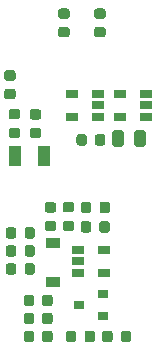
<source format=gbr>
G04 #@! TF.GenerationSoftware,KiCad,Pcbnew,(5.0.0)*
G04 #@! TF.CreationDate,2020-11-29T09:19:22-06:00*
G04 #@! TF.ProjectId,BlueMicro840,426C75654D6963726F3834302E6B6963,rev?*
G04 #@! TF.SameCoordinates,Original*
G04 #@! TF.FileFunction,Paste,Top*
G04 #@! TF.FilePolarity,Positive*
%FSLAX46Y46*%
G04 Gerber Fmt 4.6, Leading zero omitted, Abs format (unit mm)*
G04 Created by KiCad (PCBNEW (5.0.0)) date 11/29/20 09:19:22*
%MOMM*%
%LPD*%
G01*
G04 APERTURE LIST*
%ADD10C,0.100000*%
%ADD11C,0.875000*%
%ADD12R,1.000000X1.800000*%
%ADD13R,1.060000X0.650000*%
%ADD14R,1.200000X0.900000*%
%ADD15R,0.900000X0.800000*%
%ADD16C,0.975000*%
G04 APERTURE END LIST*
D10*
G04 #@! TO.C,D3*
G36*
X101374724Y-138294828D02*
X101395959Y-138297978D01*
X101416783Y-138303194D01*
X101436995Y-138310426D01*
X101456401Y-138319605D01*
X101474814Y-138330641D01*
X101492057Y-138343429D01*
X101507963Y-138357845D01*
X101522379Y-138373751D01*
X101535167Y-138390994D01*
X101546203Y-138409407D01*
X101555382Y-138428813D01*
X101562614Y-138449025D01*
X101567830Y-138469849D01*
X101570980Y-138491084D01*
X101572033Y-138512525D01*
X101572033Y-139025025D01*
X101570980Y-139046466D01*
X101567830Y-139067701D01*
X101562614Y-139088525D01*
X101555382Y-139108737D01*
X101546203Y-139128143D01*
X101535167Y-139146556D01*
X101522379Y-139163799D01*
X101507963Y-139179705D01*
X101492057Y-139194121D01*
X101474814Y-139206909D01*
X101456401Y-139217945D01*
X101436995Y-139227124D01*
X101416783Y-139234356D01*
X101395959Y-139239572D01*
X101374724Y-139242722D01*
X101353283Y-139243775D01*
X100915783Y-139243775D01*
X100894342Y-139242722D01*
X100873107Y-139239572D01*
X100852283Y-139234356D01*
X100832071Y-139227124D01*
X100812665Y-139217945D01*
X100794252Y-139206909D01*
X100777009Y-139194121D01*
X100761103Y-139179705D01*
X100746687Y-139163799D01*
X100733899Y-139146556D01*
X100722863Y-139128143D01*
X100713684Y-139108737D01*
X100706452Y-139088525D01*
X100701236Y-139067701D01*
X100698086Y-139046466D01*
X100697033Y-139025025D01*
X100697033Y-138512525D01*
X100698086Y-138491084D01*
X100701236Y-138469849D01*
X100706452Y-138449025D01*
X100713684Y-138428813D01*
X100722863Y-138409407D01*
X100733899Y-138390994D01*
X100746687Y-138373751D01*
X100761103Y-138357845D01*
X100777009Y-138343429D01*
X100794252Y-138330641D01*
X100812665Y-138319605D01*
X100832071Y-138310426D01*
X100852283Y-138303194D01*
X100873107Y-138297978D01*
X100894342Y-138294828D01*
X100915783Y-138293775D01*
X101353283Y-138293775D01*
X101374724Y-138294828D01*
X101374724Y-138294828D01*
G37*
D11*
X101134533Y-138768775D03*
D10*
G36*
X99799724Y-138294828D02*
X99820959Y-138297978D01*
X99841783Y-138303194D01*
X99861995Y-138310426D01*
X99881401Y-138319605D01*
X99899814Y-138330641D01*
X99917057Y-138343429D01*
X99932963Y-138357845D01*
X99947379Y-138373751D01*
X99960167Y-138390994D01*
X99971203Y-138409407D01*
X99980382Y-138428813D01*
X99987614Y-138449025D01*
X99992830Y-138469849D01*
X99995980Y-138491084D01*
X99997033Y-138512525D01*
X99997033Y-139025025D01*
X99995980Y-139046466D01*
X99992830Y-139067701D01*
X99987614Y-139088525D01*
X99980382Y-139108737D01*
X99971203Y-139128143D01*
X99960167Y-139146556D01*
X99947379Y-139163799D01*
X99932963Y-139179705D01*
X99917057Y-139194121D01*
X99899814Y-139206909D01*
X99881401Y-139217945D01*
X99861995Y-139227124D01*
X99841783Y-139234356D01*
X99820959Y-139239572D01*
X99799724Y-139242722D01*
X99778283Y-139243775D01*
X99340783Y-139243775D01*
X99319342Y-139242722D01*
X99298107Y-139239572D01*
X99277283Y-139234356D01*
X99257071Y-139227124D01*
X99237665Y-139217945D01*
X99219252Y-139206909D01*
X99202009Y-139194121D01*
X99186103Y-139179705D01*
X99171687Y-139163799D01*
X99158899Y-139146556D01*
X99147863Y-139128143D01*
X99138684Y-139108737D01*
X99131452Y-139088525D01*
X99126236Y-139067701D01*
X99123086Y-139046466D01*
X99122033Y-139025025D01*
X99122033Y-138512525D01*
X99123086Y-138491084D01*
X99126236Y-138469849D01*
X99131452Y-138449025D01*
X99138684Y-138428813D01*
X99147863Y-138409407D01*
X99158899Y-138390994D01*
X99171687Y-138373751D01*
X99186103Y-138357845D01*
X99202009Y-138343429D01*
X99219252Y-138330641D01*
X99237665Y-138319605D01*
X99257071Y-138310426D01*
X99277283Y-138303194D01*
X99298107Y-138297978D01*
X99319342Y-138294828D01*
X99340783Y-138293775D01*
X99778283Y-138293775D01*
X99799724Y-138294828D01*
X99799724Y-138294828D01*
G37*
D11*
X99559533Y-138768775D03*
G04 #@! TD*
D10*
G04 #@! TO.C,D2*
G36*
X104651224Y-127372828D02*
X104672459Y-127375978D01*
X104693283Y-127381194D01*
X104713495Y-127388426D01*
X104732901Y-127397605D01*
X104751314Y-127408641D01*
X104768557Y-127421429D01*
X104784463Y-127435845D01*
X104798879Y-127451751D01*
X104811667Y-127468994D01*
X104822703Y-127487407D01*
X104831882Y-127506813D01*
X104839114Y-127527025D01*
X104844330Y-127547849D01*
X104847480Y-127569084D01*
X104848533Y-127590525D01*
X104848533Y-128103025D01*
X104847480Y-128124466D01*
X104844330Y-128145701D01*
X104839114Y-128166525D01*
X104831882Y-128186737D01*
X104822703Y-128206143D01*
X104811667Y-128224556D01*
X104798879Y-128241799D01*
X104784463Y-128257705D01*
X104768557Y-128272121D01*
X104751314Y-128284909D01*
X104732901Y-128295945D01*
X104713495Y-128305124D01*
X104693283Y-128312356D01*
X104672459Y-128317572D01*
X104651224Y-128320722D01*
X104629783Y-128321775D01*
X104192283Y-128321775D01*
X104170842Y-128320722D01*
X104149607Y-128317572D01*
X104128783Y-128312356D01*
X104108571Y-128305124D01*
X104089165Y-128295945D01*
X104070752Y-128284909D01*
X104053509Y-128272121D01*
X104037603Y-128257705D01*
X104023187Y-128241799D01*
X104010399Y-128224556D01*
X103999363Y-128206143D01*
X103990184Y-128186737D01*
X103982952Y-128166525D01*
X103977736Y-128145701D01*
X103974586Y-128124466D01*
X103973533Y-128103025D01*
X103973533Y-127590525D01*
X103974586Y-127569084D01*
X103977736Y-127547849D01*
X103982952Y-127527025D01*
X103990184Y-127506813D01*
X103999363Y-127487407D01*
X104010399Y-127468994D01*
X104023187Y-127451751D01*
X104037603Y-127435845D01*
X104053509Y-127421429D01*
X104070752Y-127408641D01*
X104089165Y-127397605D01*
X104108571Y-127388426D01*
X104128783Y-127381194D01*
X104149607Y-127375978D01*
X104170842Y-127372828D01*
X104192283Y-127371775D01*
X104629783Y-127371775D01*
X104651224Y-127372828D01*
X104651224Y-127372828D01*
G37*
D11*
X104411033Y-127846775D03*
D10*
G36*
X106226224Y-127372828D02*
X106247459Y-127375978D01*
X106268283Y-127381194D01*
X106288495Y-127388426D01*
X106307901Y-127397605D01*
X106326314Y-127408641D01*
X106343557Y-127421429D01*
X106359463Y-127435845D01*
X106373879Y-127451751D01*
X106386667Y-127468994D01*
X106397703Y-127487407D01*
X106406882Y-127506813D01*
X106414114Y-127527025D01*
X106419330Y-127547849D01*
X106422480Y-127569084D01*
X106423533Y-127590525D01*
X106423533Y-128103025D01*
X106422480Y-128124466D01*
X106419330Y-128145701D01*
X106414114Y-128166525D01*
X106406882Y-128186737D01*
X106397703Y-128206143D01*
X106386667Y-128224556D01*
X106373879Y-128241799D01*
X106359463Y-128257705D01*
X106343557Y-128272121D01*
X106326314Y-128284909D01*
X106307901Y-128295945D01*
X106288495Y-128305124D01*
X106268283Y-128312356D01*
X106247459Y-128317572D01*
X106226224Y-128320722D01*
X106204783Y-128321775D01*
X105767283Y-128321775D01*
X105745842Y-128320722D01*
X105724607Y-128317572D01*
X105703783Y-128312356D01*
X105683571Y-128305124D01*
X105664165Y-128295945D01*
X105645752Y-128284909D01*
X105628509Y-128272121D01*
X105612603Y-128257705D01*
X105598187Y-128241799D01*
X105585399Y-128224556D01*
X105574363Y-128206143D01*
X105565184Y-128186737D01*
X105557952Y-128166525D01*
X105552736Y-128145701D01*
X105549586Y-128124466D01*
X105548533Y-128103025D01*
X105548533Y-127590525D01*
X105549586Y-127569084D01*
X105552736Y-127547849D01*
X105557952Y-127527025D01*
X105565184Y-127506813D01*
X105574363Y-127487407D01*
X105585399Y-127468994D01*
X105598187Y-127451751D01*
X105612603Y-127435845D01*
X105628509Y-127421429D01*
X105645752Y-127408641D01*
X105664165Y-127397605D01*
X105683571Y-127388426D01*
X105703783Y-127381194D01*
X105724607Y-127375978D01*
X105745842Y-127372828D01*
X105767283Y-127371775D01*
X106204783Y-127371775D01*
X106226224Y-127372828D01*
X106226224Y-127372828D01*
G37*
D11*
X105986033Y-127846775D03*
G04 #@! TD*
D12*
G04 #@! TO.C,Y2*
X98360533Y-123528775D03*
X100860533Y-123528775D03*
G04 #@! TD*
D13*
G04 #@! TO.C,U3*
X107273533Y-120160775D03*
X107273533Y-118260775D03*
X109473533Y-118260775D03*
X109473533Y-119210775D03*
X109473533Y-120160775D03*
G04 #@! TD*
G04 #@! TO.C,U4*
X103717533Y-131468775D03*
X103717533Y-132418775D03*
X103717533Y-133368775D03*
X105917533Y-133368775D03*
X105917533Y-131468775D03*
G04 #@! TD*
D10*
G04 #@! TO.C,D4*
G36*
X106454725Y-138294828D02*
X106475960Y-138297978D01*
X106496784Y-138303194D01*
X106516996Y-138310426D01*
X106536402Y-138319605D01*
X106554815Y-138330641D01*
X106572058Y-138343429D01*
X106587964Y-138357845D01*
X106602380Y-138373751D01*
X106615168Y-138390994D01*
X106626204Y-138409407D01*
X106635383Y-138428813D01*
X106642615Y-138449025D01*
X106647831Y-138469849D01*
X106650981Y-138491084D01*
X106652034Y-138512525D01*
X106652034Y-139025025D01*
X106650981Y-139046466D01*
X106647831Y-139067701D01*
X106642615Y-139088525D01*
X106635383Y-139108737D01*
X106626204Y-139128143D01*
X106615168Y-139146556D01*
X106602380Y-139163799D01*
X106587964Y-139179705D01*
X106572058Y-139194121D01*
X106554815Y-139206909D01*
X106536402Y-139217945D01*
X106516996Y-139227124D01*
X106496784Y-139234356D01*
X106475960Y-139239572D01*
X106454725Y-139242722D01*
X106433284Y-139243775D01*
X105995784Y-139243775D01*
X105974343Y-139242722D01*
X105953108Y-139239572D01*
X105932284Y-139234356D01*
X105912072Y-139227124D01*
X105892666Y-139217945D01*
X105874253Y-139206909D01*
X105857010Y-139194121D01*
X105841104Y-139179705D01*
X105826688Y-139163799D01*
X105813900Y-139146556D01*
X105802864Y-139128143D01*
X105793685Y-139108737D01*
X105786453Y-139088525D01*
X105781237Y-139067701D01*
X105778087Y-139046466D01*
X105777034Y-139025025D01*
X105777034Y-138512525D01*
X105778087Y-138491084D01*
X105781237Y-138469849D01*
X105786453Y-138449025D01*
X105793685Y-138428813D01*
X105802864Y-138409407D01*
X105813900Y-138390994D01*
X105826688Y-138373751D01*
X105841104Y-138357845D01*
X105857010Y-138343429D01*
X105874253Y-138330641D01*
X105892666Y-138319605D01*
X105912072Y-138310426D01*
X105932284Y-138303194D01*
X105953108Y-138297978D01*
X105974343Y-138294828D01*
X105995784Y-138293775D01*
X106433284Y-138293775D01*
X106454725Y-138294828D01*
X106454725Y-138294828D01*
G37*
D11*
X106214534Y-138768775D03*
D10*
G36*
X108029725Y-138294828D02*
X108050960Y-138297978D01*
X108071784Y-138303194D01*
X108091996Y-138310426D01*
X108111402Y-138319605D01*
X108129815Y-138330641D01*
X108147058Y-138343429D01*
X108162964Y-138357845D01*
X108177380Y-138373751D01*
X108190168Y-138390994D01*
X108201204Y-138409407D01*
X108210383Y-138428813D01*
X108217615Y-138449025D01*
X108222831Y-138469849D01*
X108225981Y-138491084D01*
X108227034Y-138512525D01*
X108227034Y-139025025D01*
X108225981Y-139046466D01*
X108222831Y-139067701D01*
X108217615Y-139088525D01*
X108210383Y-139108737D01*
X108201204Y-139128143D01*
X108190168Y-139146556D01*
X108177380Y-139163799D01*
X108162964Y-139179705D01*
X108147058Y-139194121D01*
X108129815Y-139206909D01*
X108111402Y-139217945D01*
X108091996Y-139227124D01*
X108071784Y-139234356D01*
X108050960Y-139239572D01*
X108029725Y-139242722D01*
X108008284Y-139243775D01*
X107570784Y-139243775D01*
X107549343Y-139242722D01*
X107528108Y-139239572D01*
X107507284Y-139234356D01*
X107487072Y-139227124D01*
X107467666Y-139217945D01*
X107449253Y-139206909D01*
X107432010Y-139194121D01*
X107416104Y-139179705D01*
X107401688Y-139163799D01*
X107388900Y-139146556D01*
X107377864Y-139128143D01*
X107368685Y-139108737D01*
X107361453Y-139088525D01*
X107356237Y-139067701D01*
X107353087Y-139046466D01*
X107352034Y-139025025D01*
X107352034Y-138512525D01*
X107353087Y-138491084D01*
X107356237Y-138469849D01*
X107361453Y-138449025D01*
X107368685Y-138428813D01*
X107377864Y-138409407D01*
X107388900Y-138390994D01*
X107401688Y-138373751D01*
X107416104Y-138357845D01*
X107432010Y-138343429D01*
X107449253Y-138330641D01*
X107467666Y-138319605D01*
X107487072Y-138310426D01*
X107507284Y-138303194D01*
X107528108Y-138297978D01*
X107549343Y-138294828D01*
X107570784Y-138293775D01*
X108008284Y-138293775D01*
X108029725Y-138294828D01*
X108029725Y-138294828D01*
G37*
D11*
X107789534Y-138768775D03*
G04 #@! TD*
D10*
G04 #@! TO.C,C1*
G36*
X98618224Y-121085828D02*
X98639459Y-121088978D01*
X98660283Y-121094194D01*
X98680495Y-121101426D01*
X98699901Y-121110605D01*
X98718314Y-121121641D01*
X98735557Y-121134429D01*
X98751463Y-121148845D01*
X98765879Y-121164751D01*
X98778667Y-121181994D01*
X98789703Y-121200407D01*
X98798882Y-121219813D01*
X98806114Y-121240025D01*
X98811330Y-121260849D01*
X98814480Y-121282084D01*
X98815533Y-121303525D01*
X98815533Y-121741025D01*
X98814480Y-121762466D01*
X98811330Y-121783701D01*
X98806114Y-121804525D01*
X98798882Y-121824737D01*
X98789703Y-121844143D01*
X98778667Y-121862556D01*
X98765879Y-121879799D01*
X98751463Y-121895705D01*
X98735557Y-121910121D01*
X98718314Y-121922909D01*
X98699901Y-121933945D01*
X98680495Y-121943124D01*
X98660283Y-121950356D01*
X98639459Y-121955572D01*
X98618224Y-121958722D01*
X98596783Y-121959775D01*
X98084283Y-121959775D01*
X98062842Y-121958722D01*
X98041607Y-121955572D01*
X98020783Y-121950356D01*
X98000571Y-121943124D01*
X97981165Y-121933945D01*
X97962752Y-121922909D01*
X97945509Y-121910121D01*
X97929603Y-121895705D01*
X97915187Y-121879799D01*
X97902399Y-121862556D01*
X97891363Y-121844143D01*
X97882184Y-121824737D01*
X97874952Y-121804525D01*
X97869736Y-121783701D01*
X97866586Y-121762466D01*
X97865533Y-121741025D01*
X97865533Y-121303525D01*
X97866586Y-121282084D01*
X97869736Y-121260849D01*
X97874952Y-121240025D01*
X97882184Y-121219813D01*
X97891363Y-121200407D01*
X97902399Y-121181994D01*
X97915187Y-121164751D01*
X97929603Y-121148845D01*
X97945509Y-121134429D01*
X97962752Y-121121641D01*
X97981165Y-121110605D01*
X98000571Y-121101426D01*
X98020783Y-121094194D01*
X98041607Y-121088978D01*
X98062842Y-121085828D01*
X98084283Y-121084775D01*
X98596783Y-121084775D01*
X98618224Y-121085828D01*
X98618224Y-121085828D01*
G37*
D11*
X98340533Y-121522275D03*
D10*
G36*
X98618224Y-119510828D02*
X98639459Y-119513978D01*
X98660283Y-119519194D01*
X98680495Y-119526426D01*
X98699901Y-119535605D01*
X98718314Y-119546641D01*
X98735557Y-119559429D01*
X98751463Y-119573845D01*
X98765879Y-119589751D01*
X98778667Y-119606994D01*
X98789703Y-119625407D01*
X98798882Y-119644813D01*
X98806114Y-119665025D01*
X98811330Y-119685849D01*
X98814480Y-119707084D01*
X98815533Y-119728525D01*
X98815533Y-120166025D01*
X98814480Y-120187466D01*
X98811330Y-120208701D01*
X98806114Y-120229525D01*
X98798882Y-120249737D01*
X98789703Y-120269143D01*
X98778667Y-120287556D01*
X98765879Y-120304799D01*
X98751463Y-120320705D01*
X98735557Y-120335121D01*
X98718314Y-120347909D01*
X98699901Y-120358945D01*
X98680495Y-120368124D01*
X98660283Y-120375356D01*
X98639459Y-120380572D01*
X98618224Y-120383722D01*
X98596783Y-120384775D01*
X98084283Y-120384775D01*
X98062842Y-120383722D01*
X98041607Y-120380572D01*
X98020783Y-120375356D01*
X98000571Y-120368124D01*
X97981165Y-120358945D01*
X97962752Y-120347909D01*
X97945509Y-120335121D01*
X97929603Y-120320705D01*
X97915187Y-120304799D01*
X97902399Y-120287556D01*
X97891363Y-120269143D01*
X97882184Y-120249737D01*
X97874952Y-120229525D01*
X97869736Y-120208701D01*
X97866586Y-120187466D01*
X97865533Y-120166025D01*
X97865533Y-119728525D01*
X97866586Y-119707084D01*
X97869736Y-119685849D01*
X97874952Y-119665025D01*
X97882184Y-119644813D01*
X97891363Y-119625407D01*
X97902399Y-119606994D01*
X97915187Y-119589751D01*
X97929603Y-119573845D01*
X97945509Y-119559429D01*
X97962752Y-119546641D01*
X97981165Y-119535605D01*
X98000571Y-119526426D01*
X98020783Y-119519194D01*
X98041607Y-119513978D01*
X98062842Y-119510828D01*
X98084283Y-119509775D01*
X98596783Y-119509775D01*
X98618224Y-119510828D01*
X98618224Y-119510828D01*
G37*
D11*
X98340533Y-119947275D03*
G04 #@! TD*
D10*
G04 #@! TO.C,C2*
G36*
X100396224Y-119536329D02*
X100417459Y-119539479D01*
X100438283Y-119544695D01*
X100458495Y-119551927D01*
X100477901Y-119561106D01*
X100496314Y-119572142D01*
X100513557Y-119584930D01*
X100529463Y-119599346D01*
X100543879Y-119615252D01*
X100556667Y-119632495D01*
X100567703Y-119650908D01*
X100576882Y-119670314D01*
X100584114Y-119690526D01*
X100589330Y-119711350D01*
X100592480Y-119732585D01*
X100593533Y-119754026D01*
X100593533Y-120191526D01*
X100592480Y-120212967D01*
X100589330Y-120234202D01*
X100584114Y-120255026D01*
X100576882Y-120275238D01*
X100567703Y-120294644D01*
X100556667Y-120313057D01*
X100543879Y-120330300D01*
X100529463Y-120346206D01*
X100513557Y-120360622D01*
X100496314Y-120373410D01*
X100477901Y-120384446D01*
X100458495Y-120393625D01*
X100438283Y-120400857D01*
X100417459Y-120406073D01*
X100396224Y-120409223D01*
X100374783Y-120410276D01*
X99862283Y-120410276D01*
X99840842Y-120409223D01*
X99819607Y-120406073D01*
X99798783Y-120400857D01*
X99778571Y-120393625D01*
X99759165Y-120384446D01*
X99740752Y-120373410D01*
X99723509Y-120360622D01*
X99707603Y-120346206D01*
X99693187Y-120330300D01*
X99680399Y-120313057D01*
X99669363Y-120294644D01*
X99660184Y-120275238D01*
X99652952Y-120255026D01*
X99647736Y-120234202D01*
X99644586Y-120212967D01*
X99643533Y-120191526D01*
X99643533Y-119754026D01*
X99644586Y-119732585D01*
X99647736Y-119711350D01*
X99652952Y-119690526D01*
X99660184Y-119670314D01*
X99669363Y-119650908D01*
X99680399Y-119632495D01*
X99693187Y-119615252D01*
X99707603Y-119599346D01*
X99723509Y-119584930D01*
X99740752Y-119572142D01*
X99759165Y-119561106D01*
X99778571Y-119551927D01*
X99798783Y-119544695D01*
X99819607Y-119539479D01*
X99840842Y-119536329D01*
X99862283Y-119535276D01*
X100374783Y-119535276D01*
X100396224Y-119536329D01*
X100396224Y-119536329D01*
G37*
D11*
X100118533Y-119972776D03*
D10*
G36*
X100396224Y-121111329D02*
X100417459Y-121114479D01*
X100438283Y-121119695D01*
X100458495Y-121126927D01*
X100477901Y-121136106D01*
X100496314Y-121147142D01*
X100513557Y-121159930D01*
X100529463Y-121174346D01*
X100543879Y-121190252D01*
X100556667Y-121207495D01*
X100567703Y-121225908D01*
X100576882Y-121245314D01*
X100584114Y-121265526D01*
X100589330Y-121286350D01*
X100592480Y-121307585D01*
X100593533Y-121329026D01*
X100593533Y-121766526D01*
X100592480Y-121787967D01*
X100589330Y-121809202D01*
X100584114Y-121830026D01*
X100576882Y-121850238D01*
X100567703Y-121869644D01*
X100556667Y-121888057D01*
X100543879Y-121905300D01*
X100529463Y-121921206D01*
X100513557Y-121935622D01*
X100496314Y-121948410D01*
X100477901Y-121959446D01*
X100458495Y-121968625D01*
X100438283Y-121975857D01*
X100417459Y-121981073D01*
X100396224Y-121984223D01*
X100374783Y-121985276D01*
X99862283Y-121985276D01*
X99840842Y-121984223D01*
X99819607Y-121981073D01*
X99798783Y-121975857D01*
X99778571Y-121968625D01*
X99759165Y-121959446D01*
X99740752Y-121948410D01*
X99723509Y-121935622D01*
X99707603Y-121921206D01*
X99693187Y-121905300D01*
X99680399Y-121888057D01*
X99669363Y-121869644D01*
X99660184Y-121850238D01*
X99652952Y-121830026D01*
X99647736Y-121809202D01*
X99644586Y-121787967D01*
X99643533Y-121766526D01*
X99643533Y-121329026D01*
X99644586Y-121307585D01*
X99647736Y-121286350D01*
X99652952Y-121265526D01*
X99660184Y-121245314D01*
X99669363Y-121225908D01*
X99680399Y-121207495D01*
X99693187Y-121190252D01*
X99707603Y-121174346D01*
X99723509Y-121159930D01*
X99740752Y-121147142D01*
X99759165Y-121136106D01*
X99778571Y-121126927D01*
X99798783Y-121119695D01*
X99819607Y-121114479D01*
X99840842Y-121111329D01*
X99862283Y-121110276D01*
X100374783Y-121110276D01*
X100396224Y-121111329D01*
X100396224Y-121111329D01*
G37*
D11*
X100118533Y-121547776D03*
G04 #@! TD*
D10*
G04 #@! TO.C,C3*
G36*
X98237224Y-116234328D02*
X98258459Y-116237478D01*
X98279283Y-116242694D01*
X98299495Y-116249926D01*
X98318901Y-116259105D01*
X98337314Y-116270141D01*
X98354557Y-116282929D01*
X98370463Y-116297345D01*
X98384879Y-116313251D01*
X98397667Y-116330494D01*
X98408703Y-116348907D01*
X98417882Y-116368313D01*
X98425114Y-116388525D01*
X98430330Y-116409349D01*
X98433480Y-116430584D01*
X98434533Y-116452025D01*
X98434533Y-116889525D01*
X98433480Y-116910966D01*
X98430330Y-116932201D01*
X98425114Y-116953025D01*
X98417882Y-116973237D01*
X98408703Y-116992643D01*
X98397667Y-117011056D01*
X98384879Y-117028299D01*
X98370463Y-117044205D01*
X98354557Y-117058621D01*
X98337314Y-117071409D01*
X98318901Y-117082445D01*
X98299495Y-117091624D01*
X98279283Y-117098856D01*
X98258459Y-117104072D01*
X98237224Y-117107222D01*
X98215783Y-117108275D01*
X97703283Y-117108275D01*
X97681842Y-117107222D01*
X97660607Y-117104072D01*
X97639783Y-117098856D01*
X97619571Y-117091624D01*
X97600165Y-117082445D01*
X97581752Y-117071409D01*
X97564509Y-117058621D01*
X97548603Y-117044205D01*
X97534187Y-117028299D01*
X97521399Y-117011056D01*
X97510363Y-116992643D01*
X97501184Y-116973237D01*
X97493952Y-116953025D01*
X97488736Y-116932201D01*
X97485586Y-116910966D01*
X97484533Y-116889525D01*
X97484533Y-116452025D01*
X97485586Y-116430584D01*
X97488736Y-116409349D01*
X97493952Y-116388525D01*
X97501184Y-116368313D01*
X97510363Y-116348907D01*
X97521399Y-116330494D01*
X97534187Y-116313251D01*
X97548603Y-116297345D01*
X97564509Y-116282929D01*
X97581752Y-116270141D01*
X97600165Y-116259105D01*
X97619571Y-116249926D01*
X97639783Y-116242694D01*
X97660607Y-116237478D01*
X97681842Y-116234328D01*
X97703283Y-116233275D01*
X98215783Y-116233275D01*
X98237224Y-116234328D01*
X98237224Y-116234328D01*
G37*
D11*
X97959533Y-116670775D03*
D10*
G36*
X98237224Y-117809328D02*
X98258459Y-117812478D01*
X98279283Y-117817694D01*
X98299495Y-117824926D01*
X98318901Y-117834105D01*
X98337314Y-117845141D01*
X98354557Y-117857929D01*
X98370463Y-117872345D01*
X98384879Y-117888251D01*
X98397667Y-117905494D01*
X98408703Y-117923907D01*
X98417882Y-117943313D01*
X98425114Y-117963525D01*
X98430330Y-117984349D01*
X98433480Y-118005584D01*
X98434533Y-118027025D01*
X98434533Y-118464525D01*
X98433480Y-118485966D01*
X98430330Y-118507201D01*
X98425114Y-118528025D01*
X98417882Y-118548237D01*
X98408703Y-118567643D01*
X98397667Y-118586056D01*
X98384879Y-118603299D01*
X98370463Y-118619205D01*
X98354557Y-118633621D01*
X98337314Y-118646409D01*
X98318901Y-118657445D01*
X98299495Y-118666624D01*
X98279283Y-118673856D01*
X98258459Y-118679072D01*
X98237224Y-118682222D01*
X98215783Y-118683275D01*
X97703283Y-118683275D01*
X97681842Y-118682222D01*
X97660607Y-118679072D01*
X97639783Y-118673856D01*
X97619571Y-118666624D01*
X97600165Y-118657445D01*
X97581752Y-118646409D01*
X97564509Y-118633621D01*
X97548603Y-118619205D01*
X97534187Y-118603299D01*
X97521399Y-118586056D01*
X97510363Y-118567643D01*
X97501184Y-118548237D01*
X97493952Y-118528025D01*
X97488736Y-118507201D01*
X97485586Y-118485966D01*
X97484533Y-118464525D01*
X97484533Y-118027025D01*
X97485586Y-118005584D01*
X97488736Y-117984349D01*
X97493952Y-117963525D01*
X97501184Y-117943313D01*
X97510363Y-117923907D01*
X97521399Y-117905494D01*
X97534187Y-117888251D01*
X97548603Y-117872345D01*
X97564509Y-117857929D01*
X97581752Y-117845141D01*
X97600165Y-117834105D01*
X97619571Y-117824926D01*
X97639783Y-117817694D01*
X97660607Y-117812478D01*
X97681842Y-117809328D01*
X97703283Y-117808275D01*
X98215783Y-117808275D01*
X98237224Y-117809328D01*
X98237224Y-117809328D01*
G37*
D11*
X97959533Y-118245775D03*
G04 #@! TD*
D10*
G04 #@! TO.C,C4*
G36*
X99799724Y-135246828D02*
X99820959Y-135249978D01*
X99841783Y-135255194D01*
X99861995Y-135262426D01*
X99881401Y-135271605D01*
X99899814Y-135282641D01*
X99917057Y-135295429D01*
X99932963Y-135309845D01*
X99947379Y-135325751D01*
X99960167Y-135342994D01*
X99971203Y-135361407D01*
X99980382Y-135380813D01*
X99987614Y-135401025D01*
X99992830Y-135421849D01*
X99995980Y-135443084D01*
X99997033Y-135464525D01*
X99997033Y-135977025D01*
X99995980Y-135998466D01*
X99992830Y-136019701D01*
X99987614Y-136040525D01*
X99980382Y-136060737D01*
X99971203Y-136080143D01*
X99960167Y-136098556D01*
X99947379Y-136115799D01*
X99932963Y-136131705D01*
X99917057Y-136146121D01*
X99899814Y-136158909D01*
X99881401Y-136169945D01*
X99861995Y-136179124D01*
X99841783Y-136186356D01*
X99820959Y-136191572D01*
X99799724Y-136194722D01*
X99778283Y-136195775D01*
X99340783Y-136195775D01*
X99319342Y-136194722D01*
X99298107Y-136191572D01*
X99277283Y-136186356D01*
X99257071Y-136179124D01*
X99237665Y-136169945D01*
X99219252Y-136158909D01*
X99202009Y-136146121D01*
X99186103Y-136131705D01*
X99171687Y-136115799D01*
X99158899Y-136098556D01*
X99147863Y-136080143D01*
X99138684Y-136060737D01*
X99131452Y-136040525D01*
X99126236Y-136019701D01*
X99123086Y-135998466D01*
X99122033Y-135977025D01*
X99122033Y-135464525D01*
X99123086Y-135443084D01*
X99126236Y-135421849D01*
X99131452Y-135401025D01*
X99138684Y-135380813D01*
X99147863Y-135361407D01*
X99158899Y-135342994D01*
X99171687Y-135325751D01*
X99186103Y-135309845D01*
X99202009Y-135295429D01*
X99219252Y-135282641D01*
X99237665Y-135271605D01*
X99257071Y-135262426D01*
X99277283Y-135255194D01*
X99298107Y-135249978D01*
X99319342Y-135246828D01*
X99340783Y-135245775D01*
X99778283Y-135245775D01*
X99799724Y-135246828D01*
X99799724Y-135246828D01*
G37*
D11*
X99559533Y-135720775D03*
D10*
G36*
X101374724Y-135246828D02*
X101395959Y-135249978D01*
X101416783Y-135255194D01*
X101436995Y-135262426D01*
X101456401Y-135271605D01*
X101474814Y-135282641D01*
X101492057Y-135295429D01*
X101507963Y-135309845D01*
X101522379Y-135325751D01*
X101535167Y-135342994D01*
X101546203Y-135361407D01*
X101555382Y-135380813D01*
X101562614Y-135401025D01*
X101567830Y-135421849D01*
X101570980Y-135443084D01*
X101572033Y-135464525D01*
X101572033Y-135977025D01*
X101570980Y-135998466D01*
X101567830Y-136019701D01*
X101562614Y-136040525D01*
X101555382Y-136060737D01*
X101546203Y-136080143D01*
X101535167Y-136098556D01*
X101522379Y-136115799D01*
X101507963Y-136131705D01*
X101492057Y-136146121D01*
X101474814Y-136158909D01*
X101456401Y-136169945D01*
X101436995Y-136179124D01*
X101416783Y-136186356D01*
X101395959Y-136191572D01*
X101374724Y-136194722D01*
X101353283Y-136195775D01*
X100915783Y-136195775D01*
X100894342Y-136194722D01*
X100873107Y-136191572D01*
X100852283Y-136186356D01*
X100832071Y-136179124D01*
X100812665Y-136169945D01*
X100794252Y-136158909D01*
X100777009Y-136146121D01*
X100761103Y-136131705D01*
X100746687Y-136115799D01*
X100733899Y-136098556D01*
X100722863Y-136080143D01*
X100713684Y-136060737D01*
X100706452Y-136040525D01*
X100701236Y-136019701D01*
X100698086Y-135998466D01*
X100697033Y-135977025D01*
X100697033Y-135464525D01*
X100698086Y-135443084D01*
X100701236Y-135421849D01*
X100706452Y-135401025D01*
X100713684Y-135380813D01*
X100722863Y-135361407D01*
X100733899Y-135342994D01*
X100746687Y-135325751D01*
X100761103Y-135309845D01*
X100777009Y-135295429D01*
X100794252Y-135282641D01*
X100812665Y-135271605D01*
X100832071Y-135262426D01*
X100852283Y-135255194D01*
X100873107Y-135249978D01*
X100894342Y-135246828D01*
X100915783Y-135245775D01*
X101353283Y-135245775D01*
X101374724Y-135246828D01*
X101374724Y-135246828D01*
G37*
D11*
X101134533Y-135720775D03*
G04 #@! TD*
D10*
G04 #@! TO.C,C5*
G36*
X105845224Y-121657828D02*
X105866459Y-121660978D01*
X105887283Y-121666194D01*
X105907495Y-121673426D01*
X105926901Y-121682605D01*
X105945314Y-121693641D01*
X105962557Y-121706429D01*
X105978463Y-121720845D01*
X105992879Y-121736751D01*
X106005667Y-121753994D01*
X106016703Y-121772407D01*
X106025882Y-121791813D01*
X106033114Y-121812025D01*
X106038330Y-121832849D01*
X106041480Y-121854084D01*
X106042533Y-121875525D01*
X106042533Y-122388025D01*
X106041480Y-122409466D01*
X106038330Y-122430701D01*
X106033114Y-122451525D01*
X106025882Y-122471737D01*
X106016703Y-122491143D01*
X106005667Y-122509556D01*
X105992879Y-122526799D01*
X105978463Y-122542705D01*
X105962557Y-122557121D01*
X105945314Y-122569909D01*
X105926901Y-122580945D01*
X105907495Y-122590124D01*
X105887283Y-122597356D01*
X105866459Y-122602572D01*
X105845224Y-122605722D01*
X105823783Y-122606775D01*
X105386283Y-122606775D01*
X105364842Y-122605722D01*
X105343607Y-122602572D01*
X105322783Y-122597356D01*
X105302571Y-122590124D01*
X105283165Y-122580945D01*
X105264752Y-122569909D01*
X105247509Y-122557121D01*
X105231603Y-122542705D01*
X105217187Y-122526799D01*
X105204399Y-122509556D01*
X105193363Y-122491143D01*
X105184184Y-122471737D01*
X105176952Y-122451525D01*
X105171736Y-122430701D01*
X105168586Y-122409466D01*
X105167533Y-122388025D01*
X105167533Y-121875525D01*
X105168586Y-121854084D01*
X105171736Y-121832849D01*
X105176952Y-121812025D01*
X105184184Y-121791813D01*
X105193363Y-121772407D01*
X105204399Y-121753994D01*
X105217187Y-121736751D01*
X105231603Y-121720845D01*
X105247509Y-121706429D01*
X105264752Y-121693641D01*
X105283165Y-121682605D01*
X105302571Y-121673426D01*
X105322783Y-121666194D01*
X105343607Y-121660978D01*
X105364842Y-121657828D01*
X105386283Y-121656775D01*
X105823783Y-121656775D01*
X105845224Y-121657828D01*
X105845224Y-121657828D01*
G37*
D11*
X105605033Y-122131775D03*
D10*
G36*
X104270224Y-121657828D02*
X104291459Y-121660978D01*
X104312283Y-121666194D01*
X104332495Y-121673426D01*
X104351901Y-121682605D01*
X104370314Y-121693641D01*
X104387557Y-121706429D01*
X104403463Y-121720845D01*
X104417879Y-121736751D01*
X104430667Y-121753994D01*
X104441703Y-121772407D01*
X104450882Y-121791813D01*
X104458114Y-121812025D01*
X104463330Y-121832849D01*
X104466480Y-121854084D01*
X104467533Y-121875525D01*
X104467533Y-122388025D01*
X104466480Y-122409466D01*
X104463330Y-122430701D01*
X104458114Y-122451525D01*
X104450882Y-122471737D01*
X104441703Y-122491143D01*
X104430667Y-122509556D01*
X104417879Y-122526799D01*
X104403463Y-122542705D01*
X104387557Y-122557121D01*
X104370314Y-122569909D01*
X104351901Y-122580945D01*
X104332495Y-122590124D01*
X104312283Y-122597356D01*
X104291459Y-122602572D01*
X104270224Y-122605722D01*
X104248783Y-122606775D01*
X103811283Y-122606775D01*
X103789842Y-122605722D01*
X103768607Y-122602572D01*
X103747783Y-122597356D01*
X103727571Y-122590124D01*
X103708165Y-122580945D01*
X103689752Y-122569909D01*
X103672509Y-122557121D01*
X103656603Y-122542705D01*
X103642187Y-122526799D01*
X103629399Y-122509556D01*
X103618363Y-122491143D01*
X103609184Y-122471737D01*
X103601952Y-122451525D01*
X103596736Y-122430701D01*
X103593586Y-122409466D01*
X103592533Y-122388025D01*
X103592533Y-121875525D01*
X103593586Y-121854084D01*
X103596736Y-121832849D01*
X103601952Y-121812025D01*
X103609184Y-121791813D01*
X103618363Y-121772407D01*
X103629399Y-121753994D01*
X103642187Y-121736751D01*
X103656603Y-121720845D01*
X103672509Y-121706429D01*
X103689752Y-121693641D01*
X103708165Y-121682605D01*
X103727571Y-121673426D01*
X103747783Y-121666194D01*
X103768607Y-121660978D01*
X103789842Y-121657828D01*
X103811283Y-121656775D01*
X104248783Y-121656775D01*
X104270224Y-121657828D01*
X104270224Y-121657828D01*
G37*
D11*
X104030033Y-122131775D03*
G04 #@! TD*
D10*
G04 #@! TO.C,C6*
G36*
X99876224Y-131055828D02*
X99897459Y-131058978D01*
X99918283Y-131064194D01*
X99938495Y-131071426D01*
X99957901Y-131080605D01*
X99976314Y-131091641D01*
X99993557Y-131104429D01*
X100009463Y-131118845D01*
X100023879Y-131134751D01*
X100036667Y-131151994D01*
X100047703Y-131170407D01*
X100056882Y-131189813D01*
X100064114Y-131210025D01*
X100069330Y-131230849D01*
X100072480Y-131252084D01*
X100073533Y-131273525D01*
X100073533Y-131786025D01*
X100072480Y-131807466D01*
X100069330Y-131828701D01*
X100064114Y-131849525D01*
X100056882Y-131869737D01*
X100047703Y-131889143D01*
X100036667Y-131907556D01*
X100023879Y-131924799D01*
X100009463Y-131940705D01*
X99993557Y-131955121D01*
X99976314Y-131967909D01*
X99957901Y-131978945D01*
X99938495Y-131988124D01*
X99918283Y-131995356D01*
X99897459Y-132000572D01*
X99876224Y-132003722D01*
X99854783Y-132004775D01*
X99417283Y-132004775D01*
X99395842Y-132003722D01*
X99374607Y-132000572D01*
X99353783Y-131995356D01*
X99333571Y-131988124D01*
X99314165Y-131978945D01*
X99295752Y-131967909D01*
X99278509Y-131955121D01*
X99262603Y-131940705D01*
X99248187Y-131924799D01*
X99235399Y-131907556D01*
X99224363Y-131889143D01*
X99215184Y-131869737D01*
X99207952Y-131849525D01*
X99202736Y-131828701D01*
X99199586Y-131807466D01*
X99198533Y-131786025D01*
X99198533Y-131273525D01*
X99199586Y-131252084D01*
X99202736Y-131230849D01*
X99207952Y-131210025D01*
X99215184Y-131189813D01*
X99224363Y-131170407D01*
X99235399Y-131151994D01*
X99248187Y-131134751D01*
X99262603Y-131118845D01*
X99278509Y-131104429D01*
X99295752Y-131091641D01*
X99314165Y-131080605D01*
X99333571Y-131071426D01*
X99353783Y-131064194D01*
X99374607Y-131058978D01*
X99395842Y-131055828D01*
X99417283Y-131054775D01*
X99854783Y-131054775D01*
X99876224Y-131055828D01*
X99876224Y-131055828D01*
G37*
D11*
X99636033Y-131529775D03*
D10*
G36*
X98301224Y-131055828D02*
X98322459Y-131058978D01*
X98343283Y-131064194D01*
X98363495Y-131071426D01*
X98382901Y-131080605D01*
X98401314Y-131091641D01*
X98418557Y-131104429D01*
X98434463Y-131118845D01*
X98448879Y-131134751D01*
X98461667Y-131151994D01*
X98472703Y-131170407D01*
X98481882Y-131189813D01*
X98489114Y-131210025D01*
X98494330Y-131230849D01*
X98497480Y-131252084D01*
X98498533Y-131273525D01*
X98498533Y-131786025D01*
X98497480Y-131807466D01*
X98494330Y-131828701D01*
X98489114Y-131849525D01*
X98481882Y-131869737D01*
X98472703Y-131889143D01*
X98461667Y-131907556D01*
X98448879Y-131924799D01*
X98434463Y-131940705D01*
X98418557Y-131955121D01*
X98401314Y-131967909D01*
X98382901Y-131978945D01*
X98363495Y-131988124D01*
X98343283Y-131995356D01*
X98322459Y-132000572D01*
X98301224Y-132003722D01*
X98279783Y-132004775D01*
X97842283Y-132004775D01*
X97820842Y-132003722D01*
X97799607Y-132000572D01*
X97778783Y-131995356D01*
X97758571Y-131988124D01*
X97739165Y-131978945D01*
X97720752Y-131967909D01*
X97703509Y-131955121D01*
X97687603Y-131940705D01*
X97673187Y-131924799D01*
X97660399Y-131907556D01*
X97649363Y-131889143D01*
X97640184Y-131869737D01*
X97632952Y-131849525D01*
X97627736Y-131828701D01*
X97624586Y-131807466D01*
X97623533Y-131786025D01*
X97623533Y-131273525D01*
X97624586Y-131252084D01*
X97627736Y-131230849D01*
X97632952Y-131210025D01*
X97640184Y-131189813D01*
X97649363Y-131170407D01*
X97660399Y-131151994D01*
X97673187Y-131134751D01*
X97687603Y-131118845D01*
X97703509Y-131104429D01*
X97720752Y-131091641D01*
X97739165Y-131080605D01*
X97758571Y-131071426D01*
X97778783Y-131064194D01*
X97799607Y-131058978D01*
X97820842Y-131055828D01*
X97842283Y-131054775D01*
X98279783Y-131054775D01*
X98301224Y-131055828D01*
X98301224Y-131055828D01*
G37*
D11*
X98061033Y-131529775D03*
G04 #@! TD*
D10*
G04 #@! TO.C,R1*
G36*
X106200724Y-129023828D02*
X106221959Y-129026978D01*
X106242783Y-129032194D01*
X106262995Y-129039426D01*
X106282401Y-129048605D01*
X106300814Y-129059641D01*
X106318057Y-129072429D01*
X106333963Y-129086845D01*
X106348379Y-129102751D01*
X106361167Y-129119994D01*
X106372203Y-129138407D01*
X106381382Y-129157813D01*
X106388614Y-129178025D01*
X106393830Y-129198849D01*
X106396980Y-129220084D01*
X106398033Y-129241525D01*
X106398033Y-129754025D01*
X106396980Y-129775466D01*
X106393830Y-129796701D01*
X106388614Y-129817525D01*
X106381382Y-129837737D01*
X106372203Y-129857143D01*
X106361167Y-129875556D01*
X106348379Y-129892799D01*
X106333963Y-129908705D01*
X106318057Y-129923121D01*
X106300814Y-129935909D01*
X106282401Y-129946945D01*
X106262995Y-129956124D01*
X106242783Y-129963356D01*
X106221959Y-129968572D01*
X106200724Y-129971722D01*
X106179283Y-129972775D01*
X105741783Y-129972775D01*
X105720342Y-129971722D01*
X105699107Y-129968572D01*
X105678283Y-129963356D01*
X105658071Y-129956124D01*
X105638665Y-129946945D01*
X105620252Y-129935909D01*
X105603009Y-129923121D01*
X105587103Y-129908705D01*
X105572687Y-129892799D01*
X105559899Y-129875556D01*
X105548863Y-129857143D01*
X105539684Y-129837737D01*
X105532452Y-129817525D01*
X105527236Y-129796701D01*
X105524086Y-129775466D01*
X105523033Y-129754025D01*
X105523033Y-129241525D01*
X105524086Y-129220084D01*
X105527236Y-129198849D01*
X105532452Y-129178025D01*
X105539684Y-129157813D01*
X105548863Y-129138407D01*
X105559899Y-129119994D01*
X105572687Y-129102751D01*
X105587103Y-129086845D01*
X105603009Y-129072429D01*
X105620252Y-129059641D01*
X105638665Y-129048605D01*
X105658071Y-129039426D01*
X105678283Y-129032194D01*
X105699107Y-129026978D01*
X105720342Y-129023828D01*
X105741783Y-129022775D01*
X106179283Y-129022775D01*
X106200724Y-129023828D01*
X106200724Y-129023828D01*
G37*
D11*
X105960533Y-129497775D03*
D10*
G36*
X104625724Y-129023828D02*
X104646959Y-129026978D01*
X104667783Y-129032194D01*
X104687995Y-129039426D01*
X104707401Y-129048605D01*
X104725814Y-129059641D01*
X104743057Y-129072429D01*
X104758963Y-129086845D01*
X104773379Y-129102751D01*
X104786167Y-129119994D01*
X104797203Y-129138407D01*
X104806382Y-129157813D01*
X104813614Y-129178025D01*
X104818830Y-129198849D01*
X104821980Y-129220084D01*
X104823033Y-129241525D01*
X104823033Y-129754025D01*
X104821980Y-129775466D01*
X104818830Y-129796701D01*
X104813614Y-129817525D01*
X104806382Y-129837737D01*
X104797203Y-129857143D01*
X104786167Y-129875556D01*
X104773379Y-129892799D01*
X104758963Y-129908705D01*
X104743057Y-129923121D01*
X104725814Y-129935909D01*
X104707401Y-129946945D01*
X104687995Y-129956124D01*
X104667783Y-129963356D01*
X104646959Y-129968572D01*
X104625724Y-129971722D01*
X104604283Y-129972775D01*
X104166783Y-129972775D01*
X104145342Y-129971722D01*
X104124107Y-129968572D01*
X104103283Y-129963356D01*
X104083071Y-129956124D01*
X104063665Y-129946945D01*
X104045252Y-129935909D01*
X104028009Y-129923121D01*
X104012103Y-129908705D01*
X103997687Y-129892799D01*
X103984899Y-129875556D01*
X103973863Y-129857143D01*
X103964684Y-129837737D01*
X103957452Y-129817525D01*
X103952236Y-129796701D01*
X103949086Y-129775466D01*
X103948033Y-129754025D01*
X103948033Y-129241525D01*
X103949086Y-129220084D01*
X103952236Y-129198849D01*
X103957452Y-129178025D01*
X103964684Y-129157813D01*
X103973863Y-129138407D01*
X103984899Y-129119994D01*
X103997687Y-129102751D01*
X104012103Y-129086845D01*
X104028009Y-129072429D01*
X104045252Y-129059641D01*
X104063665Y-129048605D01*
X104083071Y-129039426D01*
X104103283Y-129032194D01*
X104124107Y-129026978D01*
X104145342Y-129023828D01*
X104166783Y-129022775D01*
X104604283Y-129022775D01*
X104625724Y-129023828D01*
X104625724Y-129023828D01*
G37*
D11*
X104385533Y-129497775D03*
G04 #@! TD*
D10*
G04 #@! TO.C,R2*
G36*
X103190224Y-127384828D02*
X103211459Y-127387978D01*
X103232283Y-127393194D01*
X103252495Y-127400426D01*
X103271901Y-127409605D01*
X103290314Y-127420641D01*
X103307557Y-127433429D01*
X103323463Y-127447845D01*
X103337879Y-127463751D01*
X103350667Y-127480994D01*
X103361703Y-127499407D01*
X103370882Y-127518813D01*
X103378114Y-127539025D01*
X103383330Y-127559849D01*
X103386480Y-127581084D01*
X103387533Y-127602525D01*
X103387533Y-128040025D01*
X103386480Y-128061466D01*
X103383330Y-128082701D01*
X103378114Y-128103525D01*
X103370882Y-128123737D01*
X103361703Y-128143143D01*
X103350667Y-128161556D01*
X103337879Y-128178799D01*
X103323463Y-128194705D01*
X103307557Y-128209121D01*
X103290314Y-128221909D01*
X103271901Y-128232945D01*
X103252495Y-128242124D01*
X103232283Y-128249356D01*
X103211459Y-128254572D01*
X103190224Y-128257722D01*
X103168783Y-128258775D01*
X102656283Y-128258775D01*
X102634842Y-128257722D01*
X102613607Y-128254572D01*
X102592783Y-128249356D01*
X102572571Y-128242124D01*
X102553165Y-128232945D01*
X102534752Y-128221909D01*
X102517509Y-128209121D01*
X102501603Y-128194705D01*
X102487187Y-128178799D01*
X102474399Y-128161556D01*
X102463363Y-128143143D01*
X102454184Y-128123737D01*
X102446952Y-128103525D01*
X102441736Y-128082701D01*
X102438586Y-128061466D01*
X102437533Y-128040025D01*
X102437533Y-127602525D01*
X102438586Y-127581084D01*
X102441736Y-127559849D01*
X102446952Y-127539025D01*
X102454184Y-127518813D01*
X102463363Y-127499407D01*
X102474399Y-127480994D01*
X102487187Y-127463751D01*
X102501603Y-127447845D01*
X102517509Y-127433429D01*
X102534752Y-127420641D01*
X102553165Y-127409605D01*
X102572571Y-127400426D01*
X102592783Y-127393194D01*
X102613607Y-127387978D01*
X102634842Y-127384828D01*
X102656283Y-127383775D01*
X103168783Y-127383775D01*
X103190224Y-127384828D01*
X103190224Y-127384828D01*
G37*
D11*
X102912533Y-127821275D03*
D10*
G36*
X103190224Y-128959828D02*
X103211459Y-128962978D01*
X103232283Y-128968194D01*
X103252495Y-128975426D01*
X103271901Y-128984605D01*
X103290314Y-128995641D01*
X103307557Y-129008429D01*
X103323463Y-129022845D01*
X103337879Y-129038751D01*
X103350667Y-129055994D01*
X103361703Y-129074407D01*
X103370882Y-129093813D01*
X103378114Y-129114025D01*
X103383330Y-129134849D01*
X103386480Y-129156084D01*
X103387533Y-129177525D01*
X103387533Y-129615025D01*
X103386480Y-129636466D01*
X103383330Y-129657701D01*
X103378114Y-129678525D01*
X103370882Y-129698737D01*
X103361703Y-129718143D01*
X103350667Y-129736556D01*
X103337879Y-129753799D01*
X103323463Y-129769705D01*
X103307557Y-129784121D01*
X103290314Y-129796909D01*
X103271901Y-129807945D01*
X103252495Y-129817124D01*
X103232283Y-129824356D01*
X103211459Y-129829572D01*
X103190224Y-129832722D01*
X103168783Y-129833775D01*
X102656283Y-129833775D01*
X102634842Y-129832722D01*
X102613607Y-129829572D01*
X102592783Y-129824356D01*
X102572571Y-129817124D01*
X102553165Y-129807945D01*
X102534752Y-129796909D01*
X102517509Y-129784121D01*
X102501603Y-129769705D01*
X102487187Y-129753799D01*
X102474399Y-129736556D01*
X102463363Y-129718143D01*
X102454184Y-129698737D01*
X102446952Y-129678525D01*
X102441736Y-129657701D01*
X102438586Y-129636466D01*
X102437533Y-129615025D01*
X102437533Y-129177525D01*
X102438586Y-129156084D01*
X102441736Y-129134849D01*
X102446952Y-129114025D01*
X102454184Y-129093813D01*
X102463363Y-129074407D01*
X102474399Y-129055994D01*
X102487187Y-129038751D01*
X102501603Y-129022845D01*
X102517509Y-129008429D01*
X102534752Y-128995641D01*
X102553165Y-128984605D01*
X102572571Y-128975426D01*
X102592783Y-128968194D01*
X102613607Y-128962978D01*
X102634842Y-128959828D01*
X102656283Y-128958775D01*
X103168783Y-128958775D01*
X103190224Y-128959828D01*
X103190224Y-128959828D01*
G37*
D11*
X102912533Y-129396275D03*
G04 #@! TD*
D10*
G04 #@! TO.C,R3*
G36*
X101666224Y-128985334D02*
X101687459Y-128988484D01*
X101708283Y-128993700D01*
X101728495Y-129000932D01*
X101747901Y-129010111D01*
X101766314Y-129021147D01*
X101783557Y-129033935D01*
X101799463Y-129048351D01*
X101813879Y-129064257D01*
X101826667Y-129081500D01*
X101837703Y-129099913D01*
X101846882Y-129119319D01*
X101854114Y-129139531D01*
X101859330Y-129160355D01*
X101862480Y-129181590D01*
X101863533Y-129203031D01*
X101863533Y-129640531D01*
X101862480Y-129661972D01*
X101859330Y-129683207D01*
X101854114Y-129704031D01*
X101846882Y-129724243D01*
X101837703Y-129743649D01*
X101826667Y-129762062D01*
X101813879Y-129779305D01*
X101799463Y-129795211D01*
X101783557Y-129809627D01*
X101766314Y-129822415D01*
X101747901Y-129833451D01*
X101728495Y-129842630D01*
X101708283Y-129849862D01*
X101687459Y-129855078D01*
X101666224Y-129858228D01*
X101644783Y-129859281D01*
X101132283Y-129859281D01*
X101110842Y-129858228D01*
X101089607Y-129855078D01*
X101068783Y-129849862D01*
X101048571Y-129842630D01*
X101029165Y-129833451D01*
X101010752Y-129822415D01*
X100993509Y-129809627D01*
X100977603Y-129795211D01*
X100963187Y-129779305D01*
X100950399Y-129762062D01*
X100939363Y-129743649D01*
X100930184Y-129724243D01*
X100922952Y-129704031D01*
X100917736Y-129683207D01*
X100914586Y-129661972D01*
X100913533Y-129640531D01*
X100913533Y-129203031D01*
X100914586Y-129181590D01*
X100917736Y-129160355D01*
X100922952Y-129139531D01*
X100930184Y-129119319D01*
X100939363Y-129099913D01*
X100950399Y-129081500D01*
X100963187Y-129064257D01*
X100977603Y-129048351D01*
X100993509Y-129033935D01*
X101010752Y-129021147D01*
X101029165Y-129010111D01*
X101048571Y-129000932D01*
X101068783Y-128993700D01*
X101089607Y-128988484D01*
X101110842Y-128985334D01*
X101132283Y-128984281D01*
X101644783Y-128984281D01*
X101666224Y-128985334D01*
X101666224Y-128985334D01*
G37*
D11*
X101388533Y-129421781D03*
D10*
G36*
X101666224Y-127410334D02*
X101687459Y-127413484D01*
X101708283Y-127418700D01*
X101728495Y-127425932D01*
X101747901Y-127435111D01*
X101766314Y-127446147D01*
X101783557Y-127458935D01*
X101799463Y-127473351D01*
X101813879Y-127489257D01*
X101826667Y-127506500D01*
X101837703Y-127524913D01*
X101846882Y-127544319D01*
X101854114Y-127564531D01*
X101859330Y-127585355D01*
X101862480Y-127606590D01*
X101863533Y-127628031D01*
X101863533Y-128065531D01*
X101862480Y-128086972D01*
X101859330Y-128108207D01*
X101854114Y-128129031D01*
X101846882Y-128149243D01*
X101837703Y-128168649D01*
X101826667Y-128187062D01*
X101813879Y-128204305D01*
X101799463Y-128220211D01*
X101783557Y-128234627D01*
X101766314Y-128247415D01*
X101747901Y-128258451D01*
X101728495Y-128267630D01*
X101708283Y-128274862D01*
X101687459Y-128280078D01*
X101666224Y-128283228D01*
X101644783Y-128284281D01*
X101132283Y-128284281D01*
X101110842Y-128283228D01*
X101089607Y-128280078D01*
X101068783Y-128274862D01*
X101048571Y-128267630D01*
X101029165Y-128258451D01*
X101010752Y-128247415D01*
X100993509Y-128234627D01*
X100977603Y-128220211D01*
X100963187Y-128204305D01*
X100950399Y-128187062D01*
X100939363Y-128168649D01*
X100930184Y-128149243D01*
X100922952Y-128129031D01*
X100917736Y-128108207D01*
X100914586Y-128086972D01*
X100913533Y-128065531D01*
X100913533Y-127628031D01*
X100914586Y-127606590D01*
X100917736Y-127585355D01*
X100922952Y-127564531D01*
X100930184Y-127544319D01*
X100939363Y-127524913D01*
X100950399Y-127506500D01*
X100963187Y-127489257D01*
X100977603Y-127473351D01*
X100993509Y-127458935D01*
X101010752Y-127446147D01*
X101029165Y-127435111D01*
X101048571Y-127425932D01*
X101068783Y-127418700D01*
X101089607Y-127413484D01*
X101110842Y-127410334D01*
X101132283Y-127409281D01*
X101644783Y-127409281D01*
X101666224Y-127410334D01*
X101666224Y-127410334D01*
G37*
D11*
X101388533Y-127846781D03*
G04 #@! TD*
D10*
G04 #@! TO.C,R4*
G36*
X99876224Y-129531828D02*
X99897459Y-129534978D01*
X99918283Y-129540194D01*
X99938495Y-129547426D01*
X99957901Y-129556605D01*
X99976314Y-129567641D01*
X99993557Y-129580429D01*
X100009463Y-129594845D01*
X100023879Y-129610751D01*
X100036667Y-129627994D01*
X100047703Y-129646407D01*
X100056882Y-129665813D01*
X100064114Y-129686025D01*
X100069330Y-129706849D01*
X100072480Y-129728084D01*
X100073533Y-129749525D01*
X100073533Y-130262025D01*
X100072480Y-130283466D01*
X100069330Y-130304701D01*
X100064114Y-130325525D01*
X100056882Y-130345737D01*
X100047703Y-130365143D01*
X100036667Y-130383556D01*
X100023879Y-130400799D01*
X100009463Y-130416705D01*
X99993557Y-130431121D01*
X99976314Y-130443909D01*
X99957901Y-130454945D01*
X99938495Y-130464124D01*
X99918283Y-130471356D01*
X99897459Y-130476572D01*
X99876224Y-130479722D01*
X99854783Y-130480775D01*
X99417283Y-130480775D01*
X99395842Y-130479722D01*
X99374607Y-130476572D01*
X99353783Y-130471356D01*
X99333571Y-130464124D01*
X99314165Y-130454945D01*
X99295752Y-130443909D01*
X99278509Y-130431121D01*
X99262603Y-130416705D01*
X99248187Y-130400799D01*
X99235399Y-130383556D01*
X99224363Y-130365143D01*
X99215184Y-130345737D01*
X99207952Y-130325525D01*
X99202736Y-130304701D01*
X99199586Y-130283466D01*
X99198533Y-130262025D01*
X99198533Y-129749525D01*
X99199586Y-129728084D01*
X99202736Y-129706849D01*
X99207952Y-129686025D01*
X99215184Y-129665813D01*
X99224363Y-129646407D01*
X99235399Y-129627994D01*
X99248187Y-129610751D01*
X99262603Y-129594845D01*
X99278509Y-129580429D01*
X99295752Y-129567641D01*
X99314165Y-129556605D01*
X99333571Y-129547426D01*
X99353783Y-129540194D01*
X99374607Y-129534978D01*
X99395842Y-129531828D01*
X99417283Y-129530775D01*
X99854783Y-129530775D01*
X99876224Y-129531828D01*
X99876224Y-129531828D01*
G37*
D11*
X99636033Y-130005775D03*
D10*
G36*
X98301224Y-129531828D02*
X98322459Y-129534978D01*
X98343283Y-129540194D01*
X98363495Y-129547426D01*
X98382901Y-129556605D01*
X98401314Y-129567641D01*
X98418557Y-129580429D01*
X98434463Y-129594845D01*
X98448879Y-129610751D01*
X98461667Y-129627994D01*
X98472703Y-129646407D01*
X98481882Y-129665813D01*
X98489114Y-129686025D01*
X98494330Y-129706849D01*
X98497480Y-129728084D01*
X98498533Y-129749525D01*
X98498533Y-130262025D01*
X98497480Y-130283466D01*
X98494330Y-130304701D01*
X98489114Y-130325525D01*
X98481882Y-130345737D01*
X98472703Y-130365143D01*
X98461667Y-130383556D01*
X98448879Y-130400799D01*
X98434463Y-130416705D01*
X98418557Y-130431121D01*
X98401314Y-130443909D01*
X98382901Y-130454945D01*
X98363495Y-130464124D01*
X98343283Y-130471356D01*
X98322459Y-130476572D01*
X98301224Y-130479722D01*
X98279783Y-130480775D01*
X97842283Y-130480775D01*
X97820842Y-130479722D01*
X97799607Y-130476572D01*
X97778783Y-130471356D01*
X97758571Y-130464124D01*
X97739165Y-130454945D01*
X97720752Y-130443909D01*
X97703509Y-130431121D01*
X97687603Y-130416705D01*
X97673187Y-130400799D01*
X97660399Y-130383556D01*
X97649363Y-130365143D01*
X97640184Y-130345737D01*
X97632952Y-130325525D01*
X97627736Y-130304701D01*
X97624586Y-130283466D01*
X97623533Y-130262025D01*
X97623533Y-129749525D01*
X97624586Y-129728084D01*
X97627736Y-129706849D01*
X97632952Y-129686025D01*
X97640184Y-129665813D01*
X97649363Y-129646407D01*
X97660399Y-129627994D01*
X97673187Y-129610751D01*
X97687603Y-129594845D01*
X97703509Y-129580429D01*
X97720752Y-129567641D01*
X97739165Y-129556605D01*
X97758571Y-129547426D01*
X97778783Y-129540194D01*
X97799607Y-129534978D01*
X97820842Y-129531828D01*
X97842283Y-129530775D01*
X98279783Y-129530775D01*
X98301224Y-129531828D01*
X98301224Y-129531828D01*
G37*
D11*
X98061033Y-130005775D03*
G04 #@! TD*
D10*
G04 #@! TO.C,R5*
G36*
X99799724Y-136770828D02*
X99820959Y-136773978D01*
X99841783Y-136779194D01*
X99861995Y-136786426D01*
X99881401Y-136795605D01*
X99899814Y-136806641D01*
X99917057Y-136819429D01*
X99932963Y-136833845D01*
X99947379Y-136849751D01*
X99960167Y-136866994D01*
X99971203Y-136885407D01*
X99980382Y-136904813D01*
X99987614Y-136925025D01*
X99992830Y-136945849D01*
X99995980Y-136967084D01*
X99997033Y-136988525D01*
X99997033Y-137501025D01*
X99995980Y-137522466D01*
X99992830Y-137543701D01*
X99987614Y-137564525D01*
X99980382Y-137584737D01*
X99971203Y-137604143D01*
X99960167Y-137622556D01*
X99947379Y-137639799D01*
X99932963Y-137655705D01*
X99917057Y-137670121D01*
X99899814Y-137682909D01*
X99881401Y-137693945D01*
X99861995Y-137703124D01*
X99841783Y-137710356D01*
X99820959Y-137715572D01*
X99799724Y-137718722D01*
X99778283Y-137719775D01*
X99340783Y-137719775D01*
X99319342Y-137718722D01*
X99298107Y-137715572D01*
X99277283Y-137710356D01*
X99257071Y-137703124D01*
X99237665Y-137693945D01*
X99219252Y-137682909D01*
X99202009Y-137670121D01*
X99186103Y-137655705D01*
X99171687Y-137639799D01*
X99158899Y-137622556D01*
X99147863Y-137604143D01*
X99138684Y-137584737D01*
X99131452Y-137564525D01*
X99126236Y-137543701D01*
X99123086Y-137522466D01*
X99122033Y-137501025D01*
X99122033Y-136988525D01*
X99123086Y-136967084D01*
X99126236Y-136945849D01*
X99131452Y-136925025D01*
X99138684Y-136904813D01*
X99147863Y-136885407D01*
X99158899Y-136866994D01*
X99171687Y-136849751D01*
X99186103Y-136833845D01*
X99202009Y-136819429D01*
X99219252Y-136806641D01*
X99237665Y-136795605D01*
X99257071Y-136786426D01*
X99277283Y-136779194D01*
X99298107Y-136773978D01*
X99319342Y-136770828D01*
X99340783Y-136769775D01*
X99778283Y-136769775D01*
X99799724Y-136770828D01*
X99799724Y-136770828D01*
G37*
D11*
X99559533Y-137244775D03*
D10*
G36*
X101374724Y-136770828D02*
X101395959Y-136773978D01*
X101416783Y-136779194D01*
X101436995Y-136786426D01*
X101456401Y-136795605D01*
X101474814Y-136806641D01*
X101492057Y-136819429D01*
X101507963Y-136833845D01*
X101522379Y-136849751D01*
X101535167Y-136866994D01*
X101546203Y-136885407D01*
X101555382Y-136904813D01*
X101562614Y-136925025D01*
X101567830Y-136945849D01*
X101570980Y-136967084D01*
X101572033Y-136988525D01*
X101572033Y-137501025D01*
X101570980Y-137522466D01*
X101567830Y-137543701D01*
X101562614Y-137564525D01*
X101555382Y-137584737D01*
X101546203Y-137604143D01*
X101535167Y-137622556D01*
X101522379Y-137639799D01*
X101507963Y-137655705D01*
X101492057Y-137670121D01*
X101474814Y-137682909D01*
X101456401Y-137693945D01*
X101436995Y-137703124D01*
X101416783Y-137710356D01*
X101395959Y-137715572D01*
X101374724Y-137718722D01*
X101353283Y-137719775D01*
X100915783Y-137719775D01*
X100894342Y-137718722D01*
X100873107Y-137715572D01*
X100852283Y-137710356D01*
X100832071Y-137703124D01*
X100812665Y-137693945D01*
X100794252Y-137682909D01*
X100777009Y-137670121D01*
X100761103Y-137655705D01*
X100746687Y-137639799D01*
X100733899Y-137622556D01*
X100722863Y-137604143D01*
X100713684Y-137584737D01*
X100706452Y-137564525D01*
X100701236Y-137543701D01*
X100698086Y-137522466D01*
X100697033Y-137501025D01*
X100697033Y-136988525D01*
X100698086Y-136967084D01*
X100701236Y-136945849D01*
X100706452Y-136925025D01*
X100713684Y-136904813D01*
X100722863Y-136885407D01*
X100733899Y-136866994D01*
X100746687Y-136849751D01*
X100761103Y-136833845D01*
X100777009Y-136819429D01*
X100794252Y-136806641D01*
X100812665Y-136795605D01*
X100832071Y-136786426D01*
X100852283Y-136779194D01*
X100873107Y-136773978D01*
X100894342Y-136770828D01*
X100915783Y-136769775D01*
X101353283Y-136769775D01*
X101374724Y-136770828D01*
X101374724Y-136770828D01*
G37*
D11*
X101134533Y-137244775D03*
G04 #@! TD*
D10*
G04 #@! TO.C,R6*
G36*
X98301224Y-132579828D02*
X98322459Y-132582978D01*
X98343283Y-132588194D01*
X98363495Y-132595426D01*
X98382901Y-132604605D01*
X98401314Y-132615641D01*
X98418557Y-132628429D01*
X98434463Y-132642845D01*
X98448879Y-132658751D01*
X98461667Y-132675994D01*
X98472703Y-132694407D01*
X98481882Y-132713813D01*
X98489114Y-132734025D01*
X98494330Y-132754849D01*
X98497480Y-132776084D01*
X98498533Y-132797525D01*
X98498533Y-133310025D01*
X98497480Y-133331466D01*
X98494330Y-133352701D01*
X98489114Y-133373525D01*
X98481882Y-133393737D01*
X98472703Y-133413143D01*
X98461667Y-133431556D01*
X98448879Y-133448799D01*
X98434463Y-133464705D01*
X98418557Y-133479121D01*
X98401314Y-133491909D01*
X98382901Y-133502945D01*
X98363495Y-133512124D01*
X98343283Y-133519356D01*
X98322459Y-133524572D01*
X98301224Y-133527722D01*
X98279783Y-133528775D01*
X97842283Y-133528775D01*
X97820842Y-133527722D01*
X97799607Y-133524572D01*
X97778783Y-133519356D01*
X97758571Y-133512124D01*
X97739165Y-133502945D01*
X97720752Y-133491909D01*
X97703509Y-133479121D01*
X97687603Y-133464705D01*
X97673187Y-133448799D01*
X97660399Y-133431556D01*
X97649363Y-133413143D01*
X97640184Y-133393737D01*
X97632952Y-133373525D01*
X97627736Y-133352701D01*
X97624586Y-133331466D01*
X97623533Y-133310025D01*
X97623533Y-132797525D01*
X97624586Y-132776084D01*
X97627736Y-132754849D01*
X97632952Y-132734025D01*
X97640184Y-132713813D01*
X97649363Y-132694407D01*
X97660399Y-132675994D01*
X97673187Y-132658751D01*
X97687603Y-132642845D01*
X97703509Y-132628429D01*
X97720752Y-132615641D01*
X97739165Y-132604605D01*
X97758571Y-132595426D01*
X97778783Y-132588194D01*
X97799607Y-132582978D01*
X97820842Y-132579828D01*
X97842283Y-132578775D01*
X98279783Y-132578775D01*
X98301224Y-132579828D01*
X98301224Y-132579828D01*
G37*
D11*
X98061033Y-133053775D03*
D10*
G36*
X99876224Y-132579828D02*
X99897459Y-132582978D01*
X99918283Y-132588194D01*
X99938495Y-132595426D01*
X99957901Y-132604605D01*
X99976314Y-132615641D01*
X99993557Y-132628429D01*
X100009463Y-132642845D01*
X100023879Y-132658751D01*
X100036667Y-132675994D01*
X100047703Y-132694407D01*
X100056882Y-132713813D01*
X100064114Y-132734025D01*
X100069330Y-132754849D01*
X100072480Y-132776084D01*
X100073533Y-132797525D01*
X100073533Y-133310025D01*
X100072480Y-133331466D01*
X100069330Y-133352701D01*
X100064114Y-133373525D01*
X100056882Y-133393737D01*
X100047703Y-133413143D01*
X100036667Y-133431556D01*
X100023879Y-133448799D01*
X100009463Y-133464705D01*
X99993557Y-133479121D01*
X99976314Y-133491909D01*
X99957901Y-133502945D01*
X99938495Y-133512124D01*
X99918283Y-133519356D01*
X99897459Y-133524572D01*
X99876224Y-133527722D01*
X99854783Y-133528775D01*
X99417283Y-133528775D01*
X99395842Y-133527722D01*
X99374607Y-133524572D01*
X99353783Y-133519356D01*
X99333571Y-133512124D01*
X99314165Y-133502945D01*
X99295752Y-133491909D01*
X99278509Y-133479121D01*
X99262603Y-133464705D01*
X99248187Y-133448799D01*
X99235399Y-133431556D01*
X99224363Y-133413143D01*
X99215184Y-133393737D01*
X99207952Y-133373525D01*
X99202736Y-133352701D01*
X99199586Y-133331466D01*
X99198533Y-133310025D01*
X99198533Y-132797525D01*
X99199586Y-132776084D01*
X99202736Y-132754849D01*
X99207952Y-132734025D01*
X99215184Y-132713813D01*
X99224363Y-132694407D01*
X99235399Y-132675994D01*
X99248187Y-132658751D01*
X99262603Y-132642845D01*
X99278509Y-132628429D01*
X99295752Y-132615641D01*
X99314165Y-132604605D01*
X99333571Y-132595426D01*
X99353783Y-132588194D01*
X99374607Y-132582978D01*
X99395842Y-132579828D01*
X99417283Y-132578775D01*
X99854783Y-132578775D01*
X99876224Y-132579828D01*
X99876224Y-132579828D01*
G37*
D11*
X99636033Y-133053775D03*
G04 #@! TD*
D10*
G04 #@! TO.C,R7*
G36*
X104956224Y-138294828D02*
X104977459Y-138297978D01*
X104998283Y-138303194D01*
X105018495Y-138310426D01*
X105037901Y-138319605D01*
X105056314Y-138330641D01*
X105073557Y-138343429D01*
X105089463Y-138357845D01*
X105103879Y-138373751D01*
X105116667Y-138390994D01*
X105127703Y-138409407D01*
X105136882Y-138428813D01*
X105144114Y-138449025D01*
X105149330Y-138469849D01*
X105152480Y-138491084D01*
X105153533Y-138512525D01*
X105153533Y-139025025D01*
X105152480Y-139046466D01*
X105149330Y-139067701D01*
X105144114Y-139088525D01*
X105136882Y-139108737D01*
X105127703Y-139128143D01*
X105116667Y-139146556D01*
X105103879Y-139163799D01*
X105089463Y-139179705D01*
X105073557Y-139194121D01*
X105056314Y-139206909D01*
X105037901Y-139217945D01*
X105018495Y-139227124D01*
X104998283Y-139234356D01*
X104977459Y-139239572D01*
X104956224Y-139242722D01*
X104934783Y-139243775D01*
X104497283Y-139243775D01*
X104475842Y-139242722D01*
X104454607Y-139239572D01*
X104433783Y-139234356D01*
X104413571Y-139227124D01*
X104394165Y-139217945D01*
X104375752Y-139206909D01*
X104358509Y-139194121D01*
X104342603Y-139179705D01*
X104328187Y-139163799D01*
X104315399Y-139146556D01*
X104304363Y-139128143D01*
X104295184Y-139108737D01*
X104287952Y-139088525D01*
X104282736Y-139067701D01*
X104279586Y-139046466D01*
X104278533Y-139025025D01*
X104278533Y-138512525D01*
X104279586Y-138491084D01*
X104282736Y-138469849D01*
X104287952Y-138449025D01*
X104295184Y-138428813D01*
X104304363Y-138409407D01*
X104315399Y-138390994D01*
X104328187Y-138373751D01*
X104342603Y-138357845D01*
X104358509Y-138343429D01*
X104375752Y-138330641D01*
X104394165Y-138319605D01*
X104413571Y-138310426D01*
X104433783Y-138303194D01*
X104454607Y-138297978D01*
X104475842Y-138294828D01*
X104497283Y-138293775D01*
X104934783Y-138293775D01*
X104956224Y-138294828D01*
X104956224Y-138294828D01*
G37*
D11*
X104716033Y-138768775D03*
D10*
G36*
X103381224Y-138294828D02*
X103402459Y-138297978D01*
X103423283Y-138303194D01*
X103443495Y-138310426D01*
X103462901Y-138319605D01*
X103481314Y-138330641D01*
X103498557Y-138343429D01*
X103514463Y-138357845D01*
X103528879Y-138373751D01*
X103541667Y-138390994D01*
X103552703Y-138409407D01*
X103561882Y-138428813D01*
X103569114Y-138449025D01*
X103574330Y-138469849D01*
X103577480Y-138491084D01*
X103578533Y-138512525D01*
X103578533Y-139025025D01*
X103577480Y-139046466D01*
X103574330Y-139067701D01*
X103569114Y-139088525D01*
X103561882Y-139108737D01*
X103552703Y-139128143D01*
X103541667Y-139146556D01*
X103528879Y-139163799D01*
X103514463Y-139179705D01*
X103498557Y-139194121D01*
X103481314Y-139206909D01*
X103462901Y-139217945D01*
X103443495Y-139227124D01*
X103423283Y-139234356D01*
X103402459Y-139239572D01*
X103381224Y-139242722D01*
X103359783Y-139243775D01*
X102922283Y-139243775D01*
X102900842Y-139242722D01*
X102879607Y-139239572D01*
X102858783Y-139234356D01*
X102838571Y-139227124D01*
X102819165Y-139217945D01*
X102800752Y-139206909D01*
X102783509Y-139194121D01*
X102767603Y-139179705D01*
X102753187Y-139163799D01*
X102740399Y-139146556D01*
X102729363Y-139128143D01*
X102720184Y-139108737D01*
X102712952Y-139088525D01*
X102707736Y-139067701D01*
X102704586Y-139046466D01*
X102703533Y-139025025D01*
X102703533Y-138512525D01*
X102704586Y-138491084D01*
X102707736Y-138469849D01*
X102712952Y-138449025D01*
X102720184Y-138428813D01*
X102729363Y-138409407D01*
X102740399Y-138390994D01*
X102753187Y-138373751D01*
X102767603Y-138357845D01*
X102783509Y-138343429D01*
X102800752Y-138330641D01*
X102819165Y-138319605D01*
X102838571Y-138310426D01*
X102858783Y-138303194D01*
X102879607Y-138297978D01*
X102900842Y-138294828D01*
X102922283Y-138293775D01*
X103359783Y-138293775D01*
X103381224Y-138294828D01*
X103381224Y-138294828D01*
G37*
D11*
X103141033Y-138768775D03*
G04 #@! TD*
D14*
G04 #@! TO.C,D1*
X101642533Y-134196775D03*
X101642533Y-130896775D03*
G04 #@! TD*
D15*
G04 #@! TO.C,Q1*
X105817533Y-137051775D03*
X105817533Y-135151775D03*
X103817533Y-136101775D03*
G04 #@! TD*
D10*
G04 #@! TO.C,L1*
G36*
X109246175Y-121305949D02*
X109269836Y-121309459D01*
X109293040Y-121315271D01*
X109315562Y-121323329D01*
X109337186Y-121333557D01*
X109357703Y-121345854D01*
X109376916Y-121360104D01*
X109394640Y-121376168D01*
X109410704Y-121393892D01*
X109424954Y-121413105D01*
X109437251Y-121433622D01*
X109447479Y-121455246D01*
X109455537Y-121477768D01*
X109461349Y-121500972D01*
X109464859Y-121524633D01*
X109466033Y-121548525D01*
X109466033Y-122461025D01*
X109464859Y-122484917D01*
X109461349Y-122508578D01*
X109455537Y-122531782D01*
X109447479Y-122554304D01*
X109437251Y-122575928D01*
X109424954Y-122596445D01*
X109410704Y-122615658D01*
X109394640Y-122633382D01*
X109376916Y-122649446D01*
X109357703Y-122663696D01*
X109337186Y-122675993D01*
X109315562Y-122686221D01*
X109293040Y-122694279D01*
X109269836Y-122700091D01*
X109246175Y-122703601D01*
X109222283Y-122704775D01*
X108734783Y-122704775D01*
X108710891Y-122703601D01*
X108687230Y-122700091D01*
X108664026Y-122694279D01*
X108641504Y-122686221D01*
X108619880Y-122675993D01*
X108599363Y-122663696D01*
X108580150Y-122649446D01*
X108562426Y-122633382D01*
X108546362Y-122615658D01*
X108532112Y-122596445D01*
X108519815Y-122575928D01*
X108509587Y-122554304D01*
X108501529Y-122531782D01*
X108495717Y-122508578D01*
X108492207Y-122484917D01*
X108491033Y-122461025D01*
X108491033Y-121548525D01*
X108492207Y-121524633D01*
X108495717Y-121500972D01*
X108501529Y-121477768D01*
X108509587Y-121455246D01*
X108519815Y-121433622D01*
X108532112Y-121413105D01*
X108546362Y-121393892D01*
X108562426Y-121376168D01*
X108580150Y-121360104D01*
X108599363Y-121345854D01*
X108619880Y-121333557D01*
X108641504Y-121323329D01*
X108664026Y-121315271D01*
X108687230Y-121309459D01*
X108710891Y-121305949D01*
X108734783Y-121304775D01*
X109222283Y-121304775D01*
X109246175Y-121305949D01*
X109246175Y-121305949D01*
G37*
D16*
X108978533Y-122004775D03*
D10*
G36*
X107371175Y-121305949D02*
X107394836Y-121309459D01*
X107418040Y-121315271D01*
X107440562Y-121323329D01*
X107462186Y-121333557D01*
X107482703Y-121345854D01*
X107501916Y-121360104D01*
X107519640Y-121376168D01*
X107535704Y-121393892D01*
X107549954Y-121413105D01*
X107562251Y-121433622D01*
X107572479Y-121455246D01*
X107580537Y-121477768D01*
X107586349Y-121500972D01*
X107589859Y-121524633D01*
X107591033Y-121548525D01*
X107591033Y-122461025D01*
X107589859Y-122484917D01*
X107586349Y-122508578D01*
X107580537Y-122531782D01*
X107572479Y-122554304D01*
X107562251Y-122575928D01*
X107549954Y-122596445D01*
X107535704Y-122615658D01*
X107519640Y-122633382D01*
X107501916Y-122649446D01*
X107482703Y-122663696D01*
X107462186Y-122675993D01*
X107440562Y-122686221D01*
X107418040Y-122694279D01*
X107394836Y-122700091D01*
X107371175Y-122703601D01*
X107347283Y-122704775D01*
X106859783Y-122704775D01*
X106835891Y-122703601D01*
X106812230Y-122700091D01*
X106789026Y-122694279D01*
X106766504Y-122686221D01*
X106744880Y-122675993D01*
X106724363Y-122663696D01*
X106705150Y-122649446D01*
X106687426Y-122633382D01*
X106671362Y-122615658D01*
X106657112Y-122596445D01*
X106644815Y-122575928D01*
X106634587Y-122554304D01*
X106626529Y-122531782D01*
X106620717Y-122508578D01*
X106617207Y-122484917D01*
X106616033Y-122461025D01*
X106616033Y-121548525D01*
X106617207Y-121524633D01*
X106620717Y-121500972D01*
X106626529Y-121477768D01*
X106634587Y-121455246D01*
X106644815Y-121433622D01*
X106657112Y-121413105D01*
X106671362Y-121393892D01*
X106687426Y-121376168D01*
X106705150Y-121360104D01*
X106724363Y-121345854D01*
X106744880Y-121333557D01*
X106766504Y-121323329D01*
X106789026Y-121315271D01*
X106812230Y-121309459D01*
X106835891Y-121305949D01*
X106859783Y-121304775D01*
X107347283Y-121304775D01*
X107371175Y-121305949D01*
X107371175Y-121305949D01*
G37*
D16*
X107103533Y-122004775D03*
G04 #@! TD*
D10*
G04 #@! TO.C,R8*
G36*
X105857224Y-112576828D02*
X105878459Y-112579978D01*
X105899283Y-112585194D01*
X105919495Y-112592426D01*
X105938901Y-112601605D01*
X105957314Y-112612641D01*
X105974557Y-112625429D01*
X105990463Y-112639845D01*
X106004879Y-112655751D01*
X106017667Y-112672994D01*
X106028703Y-112691407D01*
X106037882Y-112710813D01*
X106045114Y-112731025D01*
X106050330Y-112751849D01*
X106053480Y-112773084D01*
X106054533Y-112794525D01*
X106054533Y-113232025D01*
X106053480Y-113253466D01*
X106050330Y-113274701D01*
X106045114Y-113295525D01*
X106037882Y-113315737D01*
X106028703Y-113335143D01*
X106017667Y-113353556D01*
X106004879Y-113370799D01*
X105990463Y-113386705D01*
X105974557Y-113401121D01*
X105957314Y-113413909D01*
X105938901Y-113424945D01*
X105919495Y-113434124D01*
X105899283Y-113441356D01*
X105878459Y-113446572D01*
X105857224Y-113449722D01*
X105835783Y-113450775D01*
X105323283Y-113450775D01*
X105301842Y-113449722D01*
X105280607Y-113446572D01*
X105259783Y-113441356D01*
X105239571Y-113434124D01*
X105220165Y-113424945D01*
X105201752Y-113413909D01*
X105184509Y-113401121D01*
X105168603Y-113386705D01*
X105154187Y-113370799D01*
X105141399Y-113353556D01*
X105130363Y-113335143D01*
X105121184Y-113315737D01*
X105113952Y-113295525D01*
X105108736Y-113274701D01*
X105105586Y-113253466D01*
X105104533Y-113232025D01*
X105104533Y-112794525D01*
X105105586Y-112773084D01*
X105108736Y-112751849D01*
X105113952Y-112731025D01*
X105121184Y-112710813D01*
X105130363Y-112691407D01*
X105141399Y-112672994D01*
X105154187Y-112655751D01*
X105168603Y-112639845D01*
X105184509Y-112625429D01*
X105201752Y-112612641D01*
X105220165Y-112601605D01*
X105239571Y-112592426D01*
X105259783Y-112585194D01*
X105280607Y-112579978D01*
X105301842Y-112576828D01*
X105323283Y-112575775D01*
X105835783Y-112575775D01*
X105857224Y-112576828D01*
X105857224Y-112576828D01*
G37*
D11*
X105579533Y-113013275D03*
D10*
G36*
X105857224Y-111001828D02*
X105878459Y-111004978D01*
X105899283Y-111010194D01*
X105919495Y-111017426D01*
X105938901Y-111026605D01*
X105957314Y-111037641D01*
X105974557Y-111050429D01*
X105990463Y-111064845D01*
X106004879Y-111080751D01*
X106017667Y-111097994D01*
X106028703Y-111116407D01*
X106037882Y-111135813D01*
X106045114Y-111156025D01*
X106050330Y-111176849D01*
X106053480Y-111198084D01*
X106054533Y-111219525D01*
X106054533Y-111657025D01*
X106053480Y-111678466D01*
X106050330Y-111699701D01*
X106045114Y-111720525D01*
X106037882Y-111740737D01*
X106028703Y-111760143D01*
X106017667Y-111778556D01*
X106004879Y-111795799D01*
X105990463Y-111811705D01*
X105974557Y-111826121D01*
X105957314Y-111838909D01*
X105938901Y-111849945D01*
X105919495Y-111859124D01*
X105899283Y-111866356D01*
X105878459Y-111871572D01*
X105857224Y-111874722D01*
X105835783Y-111875775D01*
X105323283Y-111875775D01*
X105301842Y-111874722D01*
X105280607Y-111871572D01*
X105259783Y-111866356D01*
X105239571Y-111859124D01*
X105220165Y-111849945D01*
X105201752Y-111838909D01*
X105184509Y-111826121D01*
X105168603Y-111811705D01*
X105154187Y-111795799D01*
X105141399Y-111778556D01*
X105130363Y-111760143D01*
X105121184Y-111740737D01*
X105113952Y-111720525D01*
X105108736Y-111699701D01*
X105105586Y-111678466D01*
X105104533Y-111657025D01*
X105104533Y-111219525D01*
X105105586Y-111198084D01*
X105108736Y-111176849D01*
X105113952Y-111156025D01*
X105121184Y-111135813D01*
X105130363Y-111116407D01*
X105141399Y-111097994D01*
X105154187Y-111080751D01*
X105168603Y-111064845D01*
X105184509Y-111050429D01*
X105201752Y-111037641D01*
X105220165Y-111026605D01*
X105239571Y-111017426D01*
X105259783Y-111010194D01*
X105280607Y-111004978D01*
X105301842Y-111001828D01*
X105323283Y-111000775D01*
X105835783Y-111000775D01*
X105857224Y-111001828D01*
X105857224Y-111001828D01*
G37*
D11*
X105579533Y-111438275D03*
G04 #@! TD*
D10*
G04 #@! TO.C,R9*
G36*
X102809224Y-111001828D02*
X102830459Y-111004978D01*
X102851283Y-111010194D01*
X102871495Y-111017426D01*
X102890901Y-111026605D01*
X102909314Y-111037641D01*
X102926557Y-111050429D01*
X102942463Y-111064845D01*
X102956879Y-111080751D01*
X102969667Y-111097994D01*
X102980703Y-111116407D01*
X102989882Y-111135813D01*
X102997114Y-111156025D01*
X103002330Y-111176849D01*
X103005480Y-111198084D01*
X103006533Y-111219525D01*
X103006533Y-111657025D01*
X103005480Y-111678466D01*
X103002330Y-111699701D01*
X102997114Y-111720525D01*
X102989882Y-111740737D01*
X102980703Y-111760143D01*
X102969667Y-111778556D01*
X102956879Y-111795799D01*
X102942463Y-111811705D01*
X102926557Y-111826121D01*
X102909314Y-111838909D01*
X102890901Y-111849945D01*
X102871495Y-111859124D01*
X102851283Y-111866356D01*
X102830459Y-111871572D01*
X102809224Y-111874722D01*
X102787783Y-111875775D01*
X102275283Y-111875775D01*
X102253842Y-111874722D01*
X102232607Y-111871572D01*
X102211783Y-111866356D01*
X102191571Y-111859124D01*
X102172165Y-111849945D01*
X102153752Y-111838909D01*
X102136509Y-111826121D01*
X102120603Y-111811705D01*
X102106187Y-111795799D01*
X102093399Y-111778556D01*
X102082363Y-111760143D01*
X102073184Y-111740737D01*
X102065952Y-111720525D01*
X102060736Y-111699701D01*
X102057586Y-111678466D01*
X102056533Y-111657025D01*
X102056533Y-111219525D01*
X102057586Y-111198084D01*
X102060736Y-111176849D01*
X102065952Y-111156025D01*
X102073184Y-111135813D01*
X102082363Y-111116407D01*
X102093399Y-111097994D01*
X102106187Y-111080751D01*
X102120603Y-111064845D01*
X102136509Y-111050429D01*
X102153752Y-111037641D01*
X102172165Y-111026605D01*
X102191571Y-111017426D01*
X102211783Y-111010194D01*
X102232607Y-111004978D01*
X102253842Y-111001828D01*
X102275283Y-111000775D01*
X102787783Y-111000775D01*
X102809224Y-111001828D01*
X102809224Y-111001828D01*
G37*
D11*
X102531533Y-111438275D03*
D10*
G36*
X102809224Y-112576828D02*
X102830459Y-112579978D01*
X102851283Y-112585194D01*
X102871495Y-112592426D01*
X102890901Y-112601605D01*
X102909314Y-112612641D01*
X102926557Y-112625429D01*
X102942463Y-112639845D01*
X102956879Y-112655751D01*
X102969667Y-112672994D01*
X102980703Y-112691407D01*
X102989882Y-112710813D01*
X102997114Y-112731025D01*
X103002330Y-112751849D01*
X103005480Y-112773084D01*
X103006533Y-112794525D01*
X103006533Y-113232025D01*
X103005480Y-113253466D01*
X103002330Y-113274701D01*
X102997114Y-113295525D01*
X102989882Y-113315737D01*
X102980703Y-113335143D01*
X102969667Y-113353556D01*
X102956879Y-113370799D01*
X102942463Y-113386705D01*
X102926557Y-113401121D01*
X102909314Y-113413909D01*
X102890901Y-113424945D01*
X102871495Y-113434124D01*
X102851283Y-113441356D01*
X102830459Y-113446572D01*
X102809224Y-113449722D01*
X102787783Y-113450775D01*
X102275283Y-113450775D01*
X102253842Y-113449722D01*
X102232607Y-113446572D01*
X102211783Y-113441356D01*
X102191571Y-113434124D01*
X102172165Y-113424945D01*
X102153752Y-113413909D01*
X102136509Y-113401121D01*
X102120603Y-113386705D01*
X102106187Y-113370799D01*
X102093399Y-113353556D01*
X102082363Y-113335143D01*
X102073184Y-113315737D01*
X102065952Y-113295525D01*
X102060736Y-113274701D01*
X102057586Y-113253466D01*
X102056533Y-113232025D01*
X102056533Y-112794525D01*
X102057586Y-112773084D01*
X102060736Y-112751849D01*
X102065952Y-112731025D01*
X102073184Y-112710813D01*
X102082363Y-112691407D01*
X102093399Y-112672994D01*
X102106187Y-112655751D01*
X102120603Y-112639845D01*
X102136509Y-112625429D01*
X102153752Y-112612641D01*
X102172165Y-112601605D01*
X102191571Y-112592426D01*
X102211783Y-112585194D01*
X102232607Y-112579978D01*
X102253842Y-112576828D01*
X102275283Y-112575775D01*
X102787783Y-112575775D01*
X102809224Y-112576828D01*
X102809224Y-112576828D01*
G37*
D11*
X102531533Y-113013275D03*
G04 #@! TD*
D13*
G04 #@! TO.C,U1*
X105409533Y-120160775D03*
X105409533Y-119210775D03*
X105409533Y-118260775D03*
X103209533Y-118260775D03*
X103209533Y-120160775D03*
G04 #@! TD*
M02*

</source>
